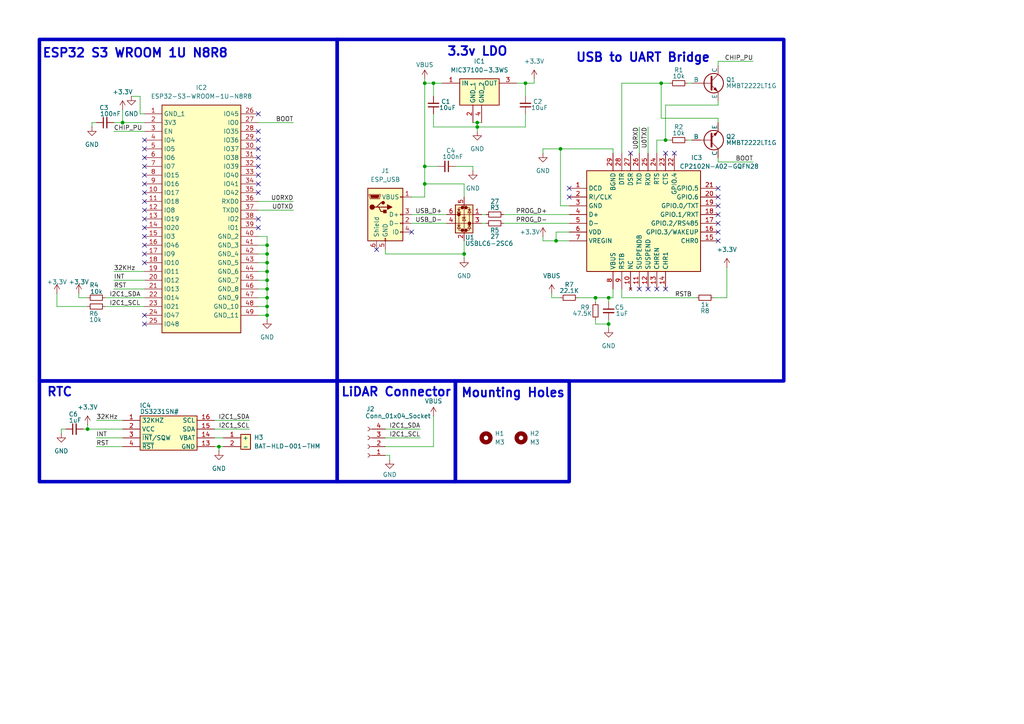
<source format=kicad_sch>
(kicad_sch (version 20250114) (generator "eeschema") (generator_version "9.0")
  (paper "A4")
  (title_block (title "SDM26 Timing Gate") (date "2025-07-16") (rev "V1.0") (company "Sun Devil Motorsports"))
  (lib_symbols
    (symbol "BAT-HLD-001-THM_1"
      (property "Reference" "H" (at 4.826 9.652 0))
      (property "Value" "BAT-HLD-001-THM" (at 4.826 7.112 0))
      (symbol "BAT-HLD-001-THM_1_1_1"
        (rectangle (start 5.08 3.556) (end 7.874 -0.762) (stroke (width 0.254)) (fill (type background)))
        (pin passive line (at 0 2.54 0) (length 5.08) (name "+") (number "1"))
        (pin passive line (at 0 0 0) (length 5.08) (name "-") (number "2"))
      )
    )
    (symbol "Connector:Conn_01x04_Socket" (pin_names (offset 1.016) (hide yes))
      (property "Reference" "J" (at 0 5.08 0))
      (property "Value" "Conn_01x04_Socket" (at 0 -7.62 0))
      (symbol "Conn_01x04_Socket_1_1"
        (polyline (pts (xy -1.27 2.54) (xy -0.508 2.54)) (stroke (width 0.1524)))
        (polyline (pts (xy -1.27 0) (xy -0.508 0)) (stroke (width 0.1524)))
        (polyline (pts (xy -1.27 -2.54) (xy -0.508 -2.54)) (stroke (width 0.1524)))
        (polyline (pts (xy -1.27 -5.08) (xy -0.508 -5.08)) (stroke (width 0.1524)))
        (arc (start 0 2.032) (mid -0.5058 2.54) (end 0 3.048) (stroke (width 0.1524)))
        (arc (start 0 -0.508) (mid -0.5058 0) (end 0 0.508) (stroke (width 0.1524)))
        (arc (start 0 -3.048) (mid -0.5058 -2.54) (end 0 -2.032) (stroke (width 0.1524)))
        (arc (start 0 -5.588) (mid -0.5058 -5.08) (end 0 -4.572) (stroke (width 0.1524)))
        (pin passive line (at -5.08 2.54 0) (length 3.81) (name "Pin_1") (number "1"))
        (pin passive line (at -5.08 0 0) (length 3.81) (name "Pin_2") (number "2"))
        (pin passive line (at -5.08 -2.54 0) (length 3.81) (name "Pin_3") (number "3"))
        (pin passive line (at -5.08 -5.08 0) (length 3.81) (name "Pin_4") (number "4"))
      )
    )
    (symbol "Connector:USB_B_Micro" (pin_names (offset 1.016))
      (property "Reference" "J" (at -5.08 11.43 0))
      (property "Value" "USB_B_Micro" (at -5.08 8.89 0))
      (symbol "USB_B_Micro_0_1"
        (rectangle (start -5.08 -7.62) (end 5.08 7.62) (stroke (width 0.254)) (fill (type background)))
        (polyline (pts (xy -4.699 5.842) (xy -4.699 5.588) (xy -4.445 4.826) (xy -4.445 4.572) (xy -1.651 4.572) (xy -1.651 4.826) (xy -1.397 5.588) (xy -1.397 5.842) (xy -4.699 5.842)))
        (polyline (pts (xy -4.318 5.588) (xy -1.778 5.588) (xy -2.032 4.826) (xy -4.064 4.826) (xy -4.318 5.588)) (fill (type outline)))
        (circle (center -3.81 2.159) (radius 0.635) (stroke (width 0.254)) (fill (type outline)))
        (polyline (pts (xy -3.175 2.159) (xy -2.54 2.159) (xy -1.27 3.429) (xy -0.635 3.429)) (stroke (width 0.254)))
        (polyline (pts (xy -2.54 2.159) (xy -1.905 2.159) (xy -1.27 0.889) (xy 0 0.889)) (stroke (width 0.254)))
        (polyline (pts (xy -1.905 2.159) (xy 0.635 2.159)) (stroke (width 0.254)))
        (circle (center -0.635 3.429) (radius 0.381) (stroke (width 0.254)) (fill (type outline)))
        (rectangle (start -0.127 -7.62) (end 0.127 -6.858))
        (rectangle (start 0.254 1.27) (end -0.508 0.508) (stroke (width 0.254)) (fill (type outline)))
        (polyline (pts (xy 0.635 2.794) (xy 0.635 1.524) (xy 1.905 2.159) (xy 0.635 2.794)) (stroke (width 0.254)) (fill (type outline)))
        (rectangle (start 5.08 4.953) (end 4.318 5.207))
        (rectangle (start 5.08 -0.127) (end 4.318 0.127))
        (rectangle (start 5.08 -2.667) (end 4.318 -2.413))
        (rectangle (start 5.08 -5.207) (end 4.318 -4.953))
      )
      (symbol "USB_B_Micro_1_1"
        (pin passive line (at -2.54 -10.16 90) (length 2.54) (name "Shield") (number "6"))
        (pin power_out line (at 0 -10.16 90) (length 2.54) (name "GND") (number "5"))
        (pin power_out line (at 7.62 5.08 180) (length 2.54) (name "VBUS") (number "1"))
        (pin bidirectional line (at 7.62 0 180) (length 2.54) (name "D+") (number "3"))
        (pin bidirectional line (at 7.62 -2.54 180) (length 2.54) (name "D-") (number "2"))
        (pin passive line (at 7.62 -5.08 180) (length 2.54) (name "ID") (number "4"))
      )
    )
    (symbol "Device:C_Small" (pin_numbers (hide yes)) (pin_names (offset 0.254) (hide yes))
      (property "Reference" "C" (at 0.254 1.778 0))
      (property "Value" "C_Small" (at 0.254 -2.032 0))
      (symbol "C_Small_0_1"
        (polyline (pts (xy -1.524 0.508) (xy 1.524 0.508)) (stroke (width 0.3048)))
        (polyline (pts (xy -1.524 -0.508) (xy 1.524 -0.508)) (stroke (width 0.3302)))
      )
      (symbol "C_Small_1_1"
        (pin passive line (at 0 2.54 270) (length 2.032) (name "~") (number "1"))
        (pin passive line (at 0 -2.54 90) (length 2.032) (name "~") (number "2"))
      )
    )
    (symbol "Device:R_Small" (pin_numbers (hide yes)) (pin_names (offset 0.254) (hide yes))
      (property "Reference" "R" (at 0.762 0.508 0))
      (property "Value" "R_Small" (at 0.762 -1.016 0))
      (symbol "R_Small_0_1"
        (rectangle (start -0.762 1.778) (end 0.762 -1.778) (stroke (width 0.2032)))
      )
      (symbol "R_Small_1_1"
        (pin passive line (at 0 2.54 270) (length 0.762) (name "~") (number "1"))
        (pin passive line (at 0 -2.54 90) (length 0.762) (name "~") (number "2"))
      )
    )
    (symbol "Mechanical:MountingHole" (pin_names (offset 1.016))
      (property "Reference" "H" (at 0 5.08 0))
      (property "Value" "MountingHole" (at 0 3.175 0))
      (symbol "MountingHole_0_1"
        (circle (center 0 0) (radius 1.27) (stroke (width 1.27)))
      )
    )
    (symbol "Power_Protection:USBLC6-2SC6" (pin_names (hide yes))
      (property "Reference" "U5" (at 1.6511 7.62 0))
      (property "Value" "USBLC6-2SC6" (at 1.6511 5.08 0))
      (symbol "USBLC6-2SC6_0_0"
        (circle (center -1.524 0) (radius 0.0001) (stroke (width 0.508)))
        (circle (center -0.508 2.032) (radius 0.0001) (stroke (width 0.508)))
        (circle (center -0.508 -4.572) (radius 0.0001) (stroke (width 0.508)))
        (circle (center 0.508 2.032) (radius 0.0001) (stroke (width 0.508)))
        (circle (center 0.508 -4.572) (radius 0.0001) (stroke (width 0.508)))
        (circle (center 1.524 -2.54) (radius 0.0001) (stroke (width 0.508)))
      )
      (symbol "USBLC6-2SC6_0_1"
        (polyline (pts (xy -2.54 0) (xy 2.54 0)))
        (polyline (pts (xy -2.54 -2.54) (xy 2.54 -2.54)))
        (polyline (pts (xy -2.032 0.508) (xy -1.016 0.508) (xy -1.524 1.524) (xy -2.032 0.508)))
        (polyline (pts (xy -2.032 -3.048) (xy -1.016 -3.048)))
        (polyline (pts (xy -1.016 1.524) (xy -2.032 1.524)))
        (polyline (pts (xy -1.016 -4.064) (xy -2.032 -4.064) (xy -1.524 -3.048) (xy -1.016 -4.064)))
        (polyline (pts (xy -0.508 -1.143) (xy -0.508 -0.762) (xy 0.508 -0.762)))
        (polyline (pts (xy 0 2.54) (xy -0.508 2.032) (xy 0.508 2.032) (xy 0 1.524) (xy 0 -4.064) (xy -0.508 -4.572) (xy 0.508 -4.572) (xy 0 -5.08)))
        (polyline (pts (xy 0.508 -1.778) (xy -0.508 -1.778) (xy 0 -0.762) (xy 0.508 -1.778)))
        (polyline (pts (xy 1.016 1.524) (xy 2.032 1.524)))
        (polyline (pts (xy 1.016 -3.048) (xy 2.032 -3.048)))
        (polyline (pts (xy 2.032 0.508) (xy 1.016 0.508) (xy 1.524 1.524) (xy 2.032 0.508)))
        (polyline (pts (xy 2.032 -4.064) (xy 1.016 -4.064) (xy 1.524 -3.048) (xy 2.032 -4.064)))
      )
      (symbol "USBLC6-2SC6_1_1"
        (rectangle (start -2.54 2.794) (end 2.54 -5.334) (stroke (width 0.254)) (fill (type background)))
        (polyline (pts (xy -0.508 2.032) (xy -1.524 2.032) (xy -1.524 -4.572) (xy -0.508 -4.572)))
        (polyline (pts (xy 0.508 -4.572) (xy 1.524 -4.572) (xy 1.524 2.032) (xy 0.508 2.032)))
        (pin passive line (at -5.08 0 0) (length 2.54) (name "I/O1") (number "6"))
        (pin passive line (at -5.08 -2.54 0) (length 2.54) (name "I/O2") (number "4"))
        (pin passive line (at 0 5.08 270) (length 2.54) (name "VBUS") (number "5"))
        (pin passive line (at 0 -7.62 90) (length 2.54) (name "GND") (number "2"))
        (pin passive line (at 5.08 0 180) (length 2.54) (name "I/O1") (number "1"))
        (pin passive line (at 5.08 -2.54 180) (length 2.54) (name "I/O2") (number "3"))
      )
    )
    (symbol "SDM_MICRO_CONTROLLER:ESP32-S3-WROOM-1U-N8R8"
      (property "Reference" "IC" (at 29.21 7.62 0))
      (property "Value" "ESP32-S3-WROOM-1U-N8R8" (at 29.21 5.08 0))
      (symbol "ESP32-S3-WROOM-1U-N8R8_1_1"
        (rectangle (start 5.08 2.54) (end 27.94 -63.5) (stroke (width 0.254)) (fill (type background)))
        (pin passive line (at 0 0 0) (length 5.08) (name "GND_1") (number "1"))
        (pin passive line (at 0 -2.54 0) (length 5.08) (name "3V3") (number "2"))
        (pin passive line (at 0 -5.08 0) (length 5.08) (name "EN") (number "3"))
        (pin passive line (at 0 -7.62 0) (length 5.08) (name "IO4") (number "4"))
        (pin passive line (at 0 -10.16 0) (length 5.08) (name "IO5") (number "5"))
        (pin passive line (at 0 -12.7 0) (length 5.08) (name "IO6") (number "6"))
        (pin passive line (at 0 -15.24 0) (length 5.08) (name "IO7") (number "7"))
        (pin passive line (at 0 -17.78 0) (length 5.08) (name "IO15") (number "8"))
        (pin passive line (at 0 -20.32 0) (length 5.08) (name "IO16") (number "9"))
        (pin passive line (at 0 -22.86 0) (length 5.08) (name "IO17") (number "10"))
        (pin passive line (at 0 -25.4 0) (length 5.08) (name "IO18") (number "11"))
        (pin passive line (at 0 -27.94 0) (length 5.08) (name "IO8") (number "12"))
        (pin passive line (at 0 -30.48 0) (length 5.08) (name "IO19") (number "13"))
        (pin passive line (at 0 -33.02 0) (length 5.08) (name "IO20") (number "14"))
        (pin passive line (at 0 -35.56 0) (length 5.08) (name "IO3") (number "15"))
        (pin passive line (at 0 -38.1 0) (length 5.08) (name "IO46") (number "16"))
        (pin passive line (at 0 -40.64 0) (length 5.08) (name "IO9") (number "17"))
        (pin passive line (at 0 -43.18 0) (length 5.08) (name "IO10") (number "18"))
        (pin passive line (at 0 -45.72 0) (length 5.08) (name "IO11") (number "19"))
        (pin passive line (at 0 -48.26 0) (length 5.08) (name "IO12") (number "20"))
        (pin passive line (at 0 -50.8 0) (length 5.08) (name "IO13") (number "21"))
        (pin passive line (at 0 -53.34 0) (length 5.08) (name "IO14") (number "22"))
        (pin passive line (at 0 -55.88 0) (length 5.08) (name "IO21") (number "23"))
        (pin passive line (at 0 -58.42 0) (length 5.08) (name "IO47") (number "24"))
        (pin passive line (at 0 -60.96 0) (length 5.08) (name "IO48") (number "25"))
        (pin passive line (at 33.02 0 180) (length 5.08) (name "IO45") (number "26"))
        (pin passive line (at 33.02 -2.54 180) (length 5.08) (name "IO0") (number "27"))
        (pin passive line (at 33.02 -5.08 180) (length 5.08) (name "IO35") (number "28"))
        (pin passive line (at 33.02 -7.62 180) (length 5.08) (name "IO36") (number "29"))
        (pin passive line (at 33.02 -10.16 180) (length 5.08) (name "IO37") (number "30"))
        (pin passive line (at 33.02 -12.7 180) (length 5.08) (name "IO38") (number "31"))
        (pin passive line (at 33.02 -15.24 180) (length 5.08) (name "IO39") (number "32"))
        (pin passive line (at 33.02 -17.78 180) (length 5.08) (name "IO40") (number "33"))
        (pin passive line (at 33.02 -20.32 180) (length 5.08) (name "IO41") (number "34"))
        (pin passive line (at 33.02 -22.86 180) (length 5.08) (name "IO42") (number "35"))
        (pin passive line (at 33.02 -25.4 180) (length 5.08) (name "RXD0") (number "36"))
        (pin passive line (at 33.02 -27.94 180) (length 5.08) (name "TXD0") (number "37"))
        (pin passive line (at 33.02 -30.48 180) (length 5.08) (name "IO2") (number "38"))
        (pin passive line (at 33.02 -33.02 180) (length 5.08) (name "IO1") (number "39"))
        (pin passive line (at 33.02 -35.56 180) (length 5.08) (name "GND_2") (number "40"))
        (pin passive line (at 33.02 -38.1 180) (length 5.08) (name "GND_3") (number "41"))
        (pin passive line (at 33.02 -40.64 180) (length 5.08) (name "GND_4") (number "42"))
        (pin passive line (at 33.02 -43.18 180) (length 5.08) (name "GND_5") (number "43"))
        (pin passive line (at 33.02 -45.72 180) (length 5.08) (name "GND_6") (number "44"))
        (pin passive line (at 33.02 -48.26 180) (length 5.08) (name "GND_7") (number "45"))
        (pin passive line (at 33.02 -50.8 180) (length 5.08) (name "GND_8") (number "46"))
        (pin passive line (at 33.02 -53.34 180) (length 5.08) (name "GND_9") (number "47"))
        (pin passive line (at 33.02 -55.88 180) (length 5.08) (name "GND_10") (number "48"))
        (pin passive line (at 33.02 -58.42 180) (length 5.08) (name "GND_11") (number "49"))
      )
    )
    (symbol "SDM_RTC:DS3231SN#"
      (property "Reference" "IC" (at 31.75 7.62 0))
      (property "Value" "DS3231SN#" (at 31.75 5.08 0))
      (symbol "DS3231SN#_1_1"
        (rectangle (start 5.08 1.27) (end 21.59 -8.636) (stroke (width 0.254)) (fill (type background)))
        (pin passive line (at 0 0 0) (length 5.08) (name "32KHZ") (number "1"))
        (pin passive line (at 0 -2.54 0) (length 5.08) (name "VCC") (number "2"))
        (pin passive line (at 0 -5.08 0) (length 5.08) (name "~{INT}/SQW") (number "3"))
        (pin passive line (at 0 -7.62 0) (length 5.08) (name "~{RST}") (number "4"))
        (pin no_connect line (at 0 -10.16 0) (length 5.08) (hide yes) (name "N.C._1") (number "5"))
        (pin no_connect line (at 0 -12.7 0) (length 5.08) (hide yes) (name "N.C._2") (number "6"))
        (pin no_connect line (at 0 -15.24 0) (length 5.08) (hide yes) (name "N.C._3") (number "7"))
        (pin no_connect line (at 0 -17.78 0) (length 5.08) (hide yes) (name "N.C._4") (number "8"))
        (pin passive line (at 26.67 0 180) (length 5.08) (name "SCL") (number "16"))
        (pin passive line (at 26.67 -2.54 180) (length 5.08) (name "SDA") (number "15"))
        (pin passive line (at 26.67 -5.08 180) (length 5.08) (name "VBAT") (number "14"))
        (pin passive line (at 26.67 -7.62 180) (length 5.08) (name "GND") (number "13"))
        (pin no_connect line (at 35.56 -10.16 180) (length 5.08) (hide yes) (name "N.C._8") (number "12"))
        (pin no_connect line (at 35.56 -12.7 180) (length 5.08) (hide yes) (name "N.C._7") (number "11"))
        (pin no_connect line (at 35.56 -15.24 180) (length 5.08) (hide yes) (name "N.C._6") (number "10"))
        (pin no_connect line (at 35.56 -17.78 180) (length 5.08) (hide yes) (name "N.C._5") (number "9"))
      )
    )
    (symbol "SDM_TRANSISTOR:MMBT2222LT1G" (pin_numbers (hide yes)) (pin_names (offset 0))
      (property "Reference" "Q" (at -2.54 7.62 0))
      (property "Value" "MMBT2222LT1G" (at -2.54 5.08 0))
      (symbol "MMBT2222LT1G_0_1"
        (polyline (pts (xy -2.54 0) (xy 0.635 0)) (stroke (width 0.1524)))
        (polyline (pts (xy 0.635 1.905) (xy 0.635 -1.905) (xy 0.635 -1.905)) (stroke (width 0.508)))
        (polyline (pts (xy 0.635 0.635) (xy 2.54 2.54)))
        (polyline (pts (xy 0.635 -0.635) (xy 2.54 -2.54) (xy 2.54 -2.54)))
        (circle (center 1.27 0) (radius 2.8194) (stroke (width 0.254)))
        (polyline (pts (xy 1.27 -1.778) (xy 1.778 -1.27) (xy 2.286 -2.286) (xy 1.27 -1.778) (xy 1.27 -1.778)) (fill (type outline)))
        (polyline (pts (xy 2.794 -1.27) (xy 2.794 -1.27)) (stroke (width 0.1524)))
        (polyline (pts (xy 2.794 -1.27) (xy 2.794 -1.27)) (stroke (width 0.1524)))
      )
      (symbol "MMBT2222LT1G_1_1"
        (pin input line (at -5.08 0 0) (length 2.54) (name "B") (number "1"))
        (pin open_collector line (at 2.54 5.08 270) (length 2.54) (name "C") (number "3"))
        (pin open_emitter line (at 2.54 -5.08 90) (length 2.54) (name "E") (number "2"))
      )
    )
    (symbol "SDM_USBUART:CP2102N-A02-GQFN28"
      (property "Reference" "IC" (at 39.37 17.78 0))
      (property "Value" "CP2102N-A02-GQFN28" (at 39.37 15.24 0))
      (symbol "CP2102N-A02-GQFN28_1_1"
        (rectangle (start 5.08 5.08) (end 38.1 -24.13) (stroke (width 0.254)) (fill (type background)))
        (pin input line (at 0 0 0) (length 5.08) (name "DCD") (number "1"))
        (pin bidirectional line (at 0 -2.54 0) (length 5.08) (name "RI/CLK") (number "2"))
        (pin power_in line (at 0 -5.08 0) (length 5.08) (name "GND") (number "3"))
        (pin bidirectional line (at 0 -7.62 0) (length 5.08) (name "D+") (number "4"))
        (pin bidirectional line (at 0 -10.16 0) (length 5.08) (name "D-") (number "5"))
        (pin power_in line (at 0 -12.7 0) (length 5.08) (name "VDD") (number "6"))
        (pin power_in line (at 0 -15.24 0) (length 5.08) (name "VREGIN") (number "7"))
        (pin power_in line (at 12.7 10.16 270) (length 5.08) (name "BGND") (number "29"))
        (pin input line (at 12.7 -29.21 90) (length 5.08) (name "VBUS") (number "8"))
        (pin output line (at 15.24 10.16 270) (length 5.08) (name "DTR") (number "28"))
        (pin input line (at 15.24 -29.21 90) (length 5.08) (name "RSTB") (number "9"))
        (pin input line (at 17.78 10.16 270) (length 5.08) (name "DSR") (number "27"))
        (pin no_connect line (at 17.78 -29.21 90) (length 5.08) (name "NC") (number "10"))
        (pin output line (at 20.32 10.16 270) (length 5.08) (name "TXD") (number "26"))
        (pin output line (at 20.32 -29.21 90) (length 5.08) (name "SUSPENDB") (number "11"))
        (pin input line (at 22.86 10.16 270) (length 5.08) (name "RXD") (number "25"))
        (pin output line (at 22.86 -29.21 90) (length 5.08) (name "SUSPEND") (number "12"))
        (pin output line (at 25.4 10.16 270) (length 5.08) (name "RTS") (number "24"))
        (pin output line (at 25.4 -29.21 90) (length 5.08) (name "CHREN") (number "13"))
        (pin input line (at 27.94 10.16 270) (length 5.08) (name "CTS") (number "23"))
        (pin output line (at 27.94 -29.21 90) (length 5.08) (name "CHR1") (number "14"))
        (pin bidirectional line (at 30.48 10.16 270) (length 5.08) (name "GPIO.4") (number "22"))
        (pin bidirectional line (at 43.18 0 180) (length 5.08) (name "GPIO.5") (number "21"))
        (pin bidirectional line (at 43.18 -2.54 180) (length 5.08) (name "GPIO.6") (number "20"))
        (pin bidirectional line (at 43.18 -5.08 180) (length 5.08) (name "GPIO.0/TXT") (number "19"))
        (pin bidirectional line (at 43.18 -7.62 180) (length 5.08) (name "GPIO.1/RXT") (number "18"))
        (pin bidirectional line (at 43.18 -10.16 180) (length 5.08) (name "GPIO.2/RS485") (number "17"))
        (pin bidirectional line (at 43.18 -12.7 180) (length 5.08) (name "GPIO.3/WAKEUP") (number "16"))
        (pin output line (at 43.18 -15.24 180) (length 5.08) (name "CHR0") (number "15"))
      )
    )
    (symbol "SDM_VOLTAGE_REGULATORS:MIC37100-3.3WS"
      (property "Reference" "IC" (at 26.67 7.62 0))
      (property "Value" "MIC37100-3.3WS" (at 26.67 5.08 0))
      (symbol "MIC37100-3.3WS_1_1"
        (rectangle (start 5.08 2.54) (end 16.51 -5.08) (stroke (width 0.254)) (fill (type background)))
        (pin passive line (at 0 1.27 0) (length 5.08) (name "IN") (number "1"))
        (pin passive line (at 8.89 -10.16 90) (length 5.08) (name "GND_1") (number "2"))
        (pin passive line (at 11.43 -10.16 90) (length 5.08) (name "GND_2") (number "4"))
        (pin passive line (at 21.59 1.27 180) (length 5.08) (name "OUT") (number "3"))
      )
    )
    (symbol "power:+3.3V" (power) (pin_numbers (hide yes)) (pin_names (offset 0) (hide yes))
      (property "Value" "+3.3V" (at 0 3.556 0))
      (symbol "+3.3V_0_1"
        (polyline (pts (xy -0.762 1.27) (xy 0 2.54)))
        (polyline (pts (xy 0 2.54) (xy 0.762 1.27)))
        (polyline (pts (xy 0 0) (xy 0 2.54)))
      )
      (symbol "+3.3V_1_1"
        (pin power_in line (at 0 0 90) (length 0) (name "~") (number "1"))
      )
    )
    (symbol "power:GND" (power) (pin_numbers (hide yes)) (pin_names (offset 0) (hide yes))
      (property "Value" "GND" (at 0 -3.81 0))
      (symbol "GND_0_1"
        (polyline (pts (xy 0 0) (xy 0 -1.27) (xy 1.27 -1.27) (xy 0 -2.54) (xy -1.27 -1.27) (xy 0 -1.27)))
      )
      (symbol "GND_1_1"
        (pin power_in line (at 0 0 270) (length 0) (name "~") (number "1"))
      )
    )
    (symbol "power:VBUS" (power) (pin_numbers (hide yes)) (pin_names (offset 0) (hide yes))
      (property "Value" "VBUS" (at 0 3.556 0))
      (symbol "VBUS_0_1"
        (polyline (pts (xy -0.762 1.27) (xy 0 2.54)))
        (polyline (pts (xy 0 2.54) (xy 0.762 1.27)))
        (polyline (pts (xy 0 0) (xy 0 2.54)))
      )
      (symbol "VBUS_1_1"
        (pin power_in line (at 0 0 90) (length 0) (name "~") (number "1"))
      )
    )
  )
  (rectangle (start 11.43 11.43) (end 97.79 110.49) (stroke (width 1.016)))
  (rectangle (start 97.79 110.49) (end 132.08 139.7) (stroke (width 1.016)))
  (rectangle (start 11.43 110.49) (end 97.79 139.7) (stroke (width 1.016)))
  (rectangle (start 97.79 11.43) (end 227.33 110.49) (stroke (width 1.016)))
  (rectangle (start 132.08 110.49) (end 165.1 139.7) (stroke (width 1.016)))
  (text "ESP32 S3 WROOM 1U N8R8" (at 66.294 17.018 0) (effects (font (size 2.54 2.54) (thickness 0.512) (bold yes)) (justify right bottom)))
  (text "RTC" (at 13.462 115.316 0) (effects (font (size 2.54 2.54) (thickness 0.512) (bold yes)) (justify left bottom)))
  (text "USB to UART Bridge" (at 166.878 18.288 0) (effects (font (size 2.54 2.54) (thickness 0.512) (bold yes)) (justify left bottom)))
  (text "Mounting Holes" (at 133.604 115.57 0) (effects (font (size 2.56 2.56) (thickness 0.512) (bold yes)) (justify left bottom)))
  (text "3.3v LDO" (at 129.54 16.51 0) (effects (font (size 2.54 2.54) (thickness 0.512) (bold yes)) (justify left bottom)))
  (text "LiDAR Connector" (at 98.806 115.316 0) (effects (font (size 2.54 2.54) (thickness 0.512) (bold yes)) (justify left bottom)))
  (junction (at 77.47 76.2))
  (junction (at 176.53 93.98))
  (junction (at 77.47 91.44))
  (junction (at 191.77 24.13))
  (junction (at 123.19 24.13))
  (junction (at 123.19 48.26))
  (junction (at 134.62 73.66))
  (junction (at 138.43 36.83))
  (junction (at 152.4 24.13))
  (junction (at 77.47 78.74))
  (junction (at 35.56 35.56))
  (junction (at 162.56 43.18))
  (junction (at 77.47 88.9))
  (junction (at 77.47 86.36))
  (junction (at 77.47 83.82))
  (junction (at 77.47 81.28))
  (junction (at 172.72 86.36))
  (junction (at 25.4 124.46))
  (junction (at 125.73 24.13))
  (junction (at 193.04 40.64))
  (junction (at 63.5 129.54))
  (junction (at 123.19 53.34))
  (junction (at 161.29 69.85))
  (junction (at 77.47 73.66))
  (junction (at 77.47 71.12))
  (junction (at 138.43 35.56))
  (junction (at 176.53 86.36))
  (no_connect (at 41.91 40.64))
  (no_connect (at 74.93 38.1))
  (no_connect (at 74.93 33.02))
  (no_connect (at 190.5 83.82))
  (no_connect (at 195.58 44.45))
  (no_connect (at 74.93 45.72))
  (no_connect (at 41.91 93.98))
  (no_connect (at 208.28 59.69))
  (no_connect (at 208.28 62.23))
  (no_connect (at 41.91 45.72))
  (no_connect (at 74.93 50.8))
  (no_connect (at 119.38 67.31))
  (no_connect (at 208.28 69.85))
  (no_connect (at 185.42 83.82))
  (no_connect (at 41.91 71.12))
  (no_connect (at 208.28 54.61))
  (no_connect (at 74.93 55.88))
  (no_connect (at 182.88 44.45))
  (no_connect (at 41.91 43.18))
  (no_connect (at 41.91 58.42))
  (no_connect (at 208.28 64.77))
  (no_connect (at 193.04 83.82))
  (no_connect (at 193.04 44.45))
  (no_connect (at 41.91 63.5))
  (no_connect (at 41.91 60.96))
  (no_connect (at 74.93 48.26))
  (no_connect (at 41.91 66.04))
  (no_connect (at 41.91 48.26))
  (no_connect (at 74.93 40.64))
  (no_connect (at 109.22 72.39))
  (no_connect (at 41.91 91.44))
  (no_connect (at 41.91 55.88))
  (no_connect (at 41.91 50.8))
  (no_connect (at 74.93 66.04))
  (no_connect (at 41.91 73.66))
  (no_connect (at 41.91 53.34))
  (no_connect (at 74.93 43.18))
  (no_connect (at 208.28 67.31))
  (no_connect (at 187.96 83.82))
  (no_connect (at 74.93 63.5))
  (no_connect (at 165.1 57.15))
  (no_connect (at 74.93 53.34))
  (no_connect (at 41.91 68.58))
  (no_connect (at 165.1 54.61))
  (no_connect (at 208.28 57.15))
  (no_connect (at 41.91 76.2))
  (wire (pts (xy 111.76 124.46) (xy 121.92 124.46)))
  (wire (pts (xy 123.19 24.13) (xy 125.73 24.13)))
  (wire (pts (xy 208.28 30.48) (xy 193.04 30.48)))
  (wire (pts (xy 25.4 123.19) (xy 25.4 124.46)))
  (wire (pts (xy 161.29 69.85) (xy 165.1 69.85)))
  (wire (pts (xy 180.34 86.36) (xy 201.93 86.36)))
  (wire (pts (xy 152.4 33.02) (xy 152.4 36.83)))
  (wire (pts (xy 138.43 38.1) (xy 138.43 36.83)))
  (wire (pts (xy 176.53 93.98) (xy 176.53 95.25)))
  (wire (pts (xy 111.76 72.39) (xy 111.76 73.66)))
  (wire (pts (xy 208.28 46.99) (xy 218.44 46.99)))
  (wire (pts (xy 40.64 33.02) (xy 40.64 27.94)))
  (wire (pts (xy 185.42 44.45) (xy 185.42 36.83)))
  (wire (pts (xy 146.05 62.23) (xy 165.1 62.23)))
  (wire (pts (xy 16.51 88.9) (xy 25.4 88.9)))
  (wire (pts (xy 177.8 86.36) (xy 177.8 83.82)))
  (wire (pts (xy 77.47 78.74) (xy 77.47 81.28)))
  (wire (pts (xy 134.62 69.85) (xy 134.62 73.66)))
  (wire (pts (xy 41.91 35.56) (xy 35.56 35.56)))
  (wire (pts (xy 208.28 30.48) (xy 208.28 29.21)))
  (wire (pts (xy 190.5 40.64) (xy 193.04 40.64)))
  (wire (pts (xy 165.1 59.69) (xy 162.56 59.69)))
  (wire (pts (xy 160.02 85.09) (xy 160.02 86.36)))
  (wire (pts (xy 125.73 24.13) (xy 128.27 24.13)))
  (wire (pts (xy 74.93 86.36) (xy 77.47 86.36)))
  (wire (pts (xy 191.77 24.13) (xy 194.31 24.13)))
  (wire (pts (xy 17.78 125.73) (xy 17.78 124.46)))
  (wire (pts (xy 40.64 27.94) (xy 38.1 27.94)))
  (wire (pts (xy 77.47 81.28) (xy 77.47 83.82)))
  (wire (pts (xy 74.93 91.44) (xy 77.47 91.44)))
  (wire (pts (xy 63.5 129.54) (xy 64.77 129.54)))
  (wire (pts (xy 161.29 67.31) (xy 161.29 69.85)))
  (wire (pts (xy 137.16 35.56) (xy 138.43 35.56)))
  (wire (pts (xy 149.86 24.13) (xy 152.4 24.13)))
  (wire (pts (xy 177.8 43.18) (xy 162.56 43.18)))
  (wire (pts (xy 74.93 83.82) (xy 77.47 83.82)))
  (wire (pts (xy 208.28 46.99) (xy 208.28 45.72)))
  (wire (pts (xy 162.56 43.18) (xy 162.56 59.69)))
  (wire (pts (xy 26.67 35.56) (xy 26.67 36.83)))
  (wire (pts (xy 199.39 40.64) (xy 200.66 40.64)))
  (wire (pts (xy 113.03 132.08) (xy 113.03 133.35)))
  (wire (pts (xy 176.53 86.36) (xy 176.53 87.63)))
  (wire (pts (xy 123.19 53.34) (xy 123.19 57.15)))
  (wire (pts (xy 210.82 86.36) (xy 210.82 77.47)))
  (wire (pts (xy 172.72 87.63) (xy 172.72 86.36)))
  (wire (pts (xy 176.53 92.71) (xy 176.53 93.98)))
  (wire (pts (xy 77.47 68.58) (xy 77.47 71.12)))
  (wire (pts (xy 138.43 35.56) (xy 139.7 35.56)))
  (wire (pts (xy 74.93 81.28) (xy 77.47 81.28)))
  (wire (pts (xy 25.4 124.46) (xy 35.56 124.46)))
  (wire (pts (xy 16.51 85.09) (xy 16.51 88.9)))
  (wire (pts (xy 27.94 129.54) (xy 35.56 129.54)))
  (wire (pts (xy 161.29 67.31) (xy 165.1 67.31)))
  (wire (pts (xy 167.64 86.36) (xy 172.72 86.36)))
  (wire (pts (xy 111.76 127) (xy 121.92 127)))
  (wire (pts (xy 157.48 68.58) (xy 157.48 69.85)))
  (wire (pts (xy 125.73 36.83) (xy 138.43 36.83)))
  (wire (pts (xy 111.76 132.08) (xy 113.03 132.08)))
  (wire (pts (xy 125.73 129.54) (xy 111.76 129.54)))
  (wire (pts (xy 208.28 17.78) (xy 208.28 19.05)))
  (wire (pts (xy 77.47 71.12) (xy 77.47 73.66)))
  (wire (pts (xy 180.34 24.13) (xy 180.34 44.45)))
  (wire (pts (xy 177.8 43.18) (xy 177.8 44.45)))
  (wire (pts (xy 63.5 129.54) (xy 63.5 130.81)))
  (wire (pts (xy 152.4 36.83) (xy 138.43 36.83)))
  (wire (pts (xy 154.94 24.13) (xy 154.94 22.86)))
  (wire (pts (xy 74.93 68.58) (xy 77.47 68.58)))
  (wire (pts (xy 172.72 92.71) (xy 172.72 93.98)))
  (wire (pts (xy 190.5 44.45) (xy 190.5 40.64)))
  (wire (pts (xy 125.73 120.65) (xy 125.73 129.54)))
  (wire (pts (xy 172.72 86.36) (xy 176.53 86.36)))
  (wire (pts (xy 74.93 76.2) (xy 77.47 76.2)))
  (wire (pts (xy 157.48 43.18) (xy 162.56 43.18)))
  (wire (pts (xy 123.19 22.86) (xy 123.19 24.13)))
  (wire (pts (xy 193.04 40.64) (xy 194.31 40.64)))
  (wire (pts (xy 77.47 88.9) (xy 77.47 91.44)))
  (wire (pts (xy 22.86 86.36) (xy 22.86 85.09)))
  (wire (pts (xy 134.62 53.34) (xy 134.62 57.15)))
  (wire (pts (xy 152.4 24.13) (xy 154.94 24.13)))
  (wire (pts (xy 125.73 24.13) (xy 125.73 27.94)))
  (wire (pts (xy 62.23 121.92) (xy 72.39 121.92)))
  (wire (pts (xy 33.02 78.74) (xy 41.91 78.74)))
  (wire (pts (xy 26.67 35.56) (xy 27.94 35.56)))
  (wire (pts (xy 193.04 30.48) (xy 193.04 40.64)))
  (wire (pts (xy 191.77 34.29) (xy 191.77 24.13)))
  (wire (pts (xy 123.19 53.34) (xy 134.62 53.34)))
  (wire (pts (xy 207.01 86.36) (xy 210.82 86.36)))
  (wire (pts (xy 27.94 121.92) (xy 35.56 121.92)))
  (wire (pts (xy 132.08 48.26) (xy 137.16 48.26)))
  (wire (pts (xy 74.93 88.9) (xy 77.47 88.9)))
  (wire (pts (xy 172.72 93.98) (xy 176.53 93.98)))
  (wire (pts (xy 139.7 64.77) (xy 140.97 64.77)))
  (wire (pts (xy 27.94 127) (xy 35.56 127)))
  (wire (pts (xy 35.56 35.56) (xy 35.56 31.75)))
  (wire (pts (xy 180.34 86.36) (xy 180.34 83.82)))
  (wire (pts (xy 146.05 64.77) (xy 165.1 64.77)))
  (wire (pts (xy 208.28 34.29) (xy 191.77 34.29)))
  (wire (pts (xy 119.38 57.15) (xy 123.19 57.15)))
  (wire (pts (xy 25.4 86.36) (xy 22.86 86.36)))
  (wire (pts (xy 64.77 127) (xy 62.23 127)))
  (wire (pts (xy 77.47 91.44) (xy 77.47 92.71)))
  (wire (pts (xy 138.43 36.83) (xy 138.43 35.56)))
  (wire (pts (xy 74.93 73.66) (xy 77.47 73.66)))
  (wire (pts (xy 77.47 86.36) (xy 77.47 88.9)))
  (wire (pts (xy 123.19 24.13) (xy 123.19 48.26)))
  (wire (pts (xy 125.73 33.02) (xy 125.73 36.83)))
  (wire (pts (xy 77.47 73.66) (xy 77.47 76.2)))
  (wire (pts (xy 41.91 33.02) (xy 40.64 33.02)))
  (wire (pts (xy 74.93 71.12) (xy 77.47 71.12)))
  (wire (pts (xy 152.4 24.13) (xy 152.4 27.94)))
  (wire (pts (xy 160.02 86.36) (xy 162.56 86.36)))
  (wire (pts (xy 123.19 48.26) (xy 123.19 53.34)))
  (wire (pts (xy 74.93 35.56) (xy 85.09 35.56)))
  (wire (pts (xy 33.02 35.56) (xy 35.56 35.56)))
  (wire (pts (xy 176.53 86.36) (xy 177.8 86.36)))
  (wire (pts (xy 30.48 86.36) (xy 41.91 86.36)))
  (wire (pts (xy 187.96 44.45) (xy 187.96 36.83)))
  (wire (pts (xy 77.47 76.2) (xy 77.47 78.74)))
  (wire (pts (xy 119.38 62.23) (xy 129.54 62.23)))
  (wire (pts (xy 111.76 73.66) (xy 134.62 73.66)))
  (wire (pts (xy 199.39 24.13) (xy 200.66 24.13)))
  (wire (pts (xy 63.5 129.54) (xy 62.23 129.54)))
  (wire (pts (xy 208.28 34.29) (xy 208.28 35.56)))
  (wire (pts (xy 74.93 60.96) (xy 85.09 60.96)))
  (wire (pts (xy 180.34 24.13) (xy 191.77 24.13)))
  (wire (pts (xy 119.38 64.77) (xy 129.54 64.77)))
  (wire (pts (xy 157.48 69.85) (xy 161.29 69.85)))
  (wire (pts (xy 157.48 43.18) (xy 157.48 44.45)))
  (wire (pts (xy 208.28 17.78) (xy 218.44 17.78)))
  (wire (pts (xy 137.16 48.26) (xy 137.16 49.53)))
  (wire (pts (xy 30.48 88.9) (xy 41.91 88.9)))
  (wire (pts (xy 33.02 81.28) (xy 41.91 81.28)))
  (wire (pts (xy 77.47 83.82) (xy 77.47 86.36)))
  (wire (pts (xy 62.23 124.46) (xy 72.39 124.46)))
  (wire (pts (xy 24.13 124.46) (xy 25.4 124.46)))
  (wire (pts (xy 33.02 83.82) (xy 41.91 83.82)))
  (wire (pts (xy 139.7 62.23) (xy 140.97 62.23)))
  (wire (pts (xy 123.19 48.26) (xy 127 48.26)))
  (wire (pts (xy 33.02 38.1) (xy 41.91 38.1)))
  (wire (pts (xy 17.78 124.46) (xy 19.05 124.46)))
  (wire (pts (xy 74.93 78.74) (xy 77.47 78.74)))
  (wire (pts (xy 74.93 58.42) (xy 85.09 58.42)))
  (wire (pts (xy 134.62 73.66) (xy 134.62 74.93)))
  (label "PROG_D+" (at 158.75 62.23 180))
  (label "CHIP_PU" (at 218.44 17.78 180))
  (label "CHIP_PU" (at 33.02 38.1 0))
  (label "RST" (at 33.02 83.82 0))
  (label "INT" (at 27.94 127 0))
  (label "I2C1_SCL" (at 121.92 127 180))
  (label "RSTB" (at 200.66 86.36 180))
  (label "32KHz" (at 33.02 78.74 0))
  (label "I2C1_SCL" (at 72.39 124.46 180))
  (label "BOOT" (at 85.09 35.56 180))
  (label "I2C1_SCL" (at 31.75 88.9 0))
  (label "U0RXD" (at 85.09 58.42 180))
  (label "I2C1_SDA" (at 31.75 86.36 0))
  (label "U0TXD" (at 85.09 60.96 180))
  (label "U0RXD" (at 185.42 36.83 270))
  (label "RST" (at 27.94 129.54 0))
  (label "I2C1_SDA" (at 121.92 124.46 180))
  (label "INT" (at 33.02 81.28 0))
  (label "U0TXD" (at 187.96 36.83 270))
  (label "USB_D+" (at 128.27 62.23 180))
  (label "I2C1_SDA" (at 72.39 121.92 180))
  (label "32KHz" (at 27.94 121.92 0))
  (label "USB_D-" (at 128.27 64.77 180))
  (label "PROG_D-" (at 158.75 64.77 180))
  (label "BOOT" (at 218.44 46.99 180))
  (symbol (lib_id "SDM_RTC:DS3231SN#") (at 35.56 121.92 0) (unit 1)
    (property "Reference" "IC4" (at 42.164 117.602 0))
    (property "Value" "DS3231SN#" (at 46.228 119.38 0))
    (property "Footprint" "SDM_MiscFootprint:SOIC127P1032X265-16L" (effects (hide yes)))
    (property "Datasheet" "https://datasheets.maximintegrated.com/en/ds/DS3231.pdf" (effects (hide yes)))
    (property "Description" "Real Time Clock Serial Maxim DS3231SN# Real Time Clock, Battery Backup, Calendar, Clock, I2C, 5.5 V, 16-Pin SOIC" (effects (hide yes)))
    (property "Height" "2.65" (effects (hide yes)))
    (property "Mouser Part Number" "700-DS3231SN#" (effects (hide yes)))
    (property "Mouser Price/Stock" "https://www.mouser.co.uk/ProductDetail/Analog-Devices-Maxim-Integrated/DS3231SN?qs=1eQvB6Dk1vhUlr8%2FOrV0Fw%3D%3D" (effects (hide yes)))
    (property "Manufacturer_Name" "Analog Devices" (effects (hide yes)))
    (property "Manufacturer_Part_Number" "DS3231SN#" (effects (hide yes)))
  )
  (symbol (lib_id "Device:C_Small") (at 152.4 30.48 180) (unit 1)
    (property "Reference" "C2" (at 155.956 29.464 0))
    (property "Value" "10uF" (at 156.464 31.242 0))
    (property "Footprint" "Capacitor_SMD:C_0603_1608Metric" (effects (hide yes)))
  )
  (symbol (lib_id "Device:R_Small") (at 27.94 86.36 270) (unit 1)
    (property "Reference" "R4" (at 27.305 82.677 90))
    (property "Value" "10k" (at 27.94 84.582 90))
    (property "Footprint" "Resistor_SMD:R_0603_1608Metric" (effects (hide yes)))
  )
  (symbol (lib_id "power:GND") (at 63.5 130.81 0) (unit 1)
    (property "Reference" "#PWR020" (effects (hide yes)))
    (property "Value" "GND" (at 63.5 135.89 0))
    (property "Description" "Power symbol creates a global label with name \"GND\" , ground" (effects (hide yes)))
  )
  (symbol (lib_id "power:GND") (at 17.78 125.73 0) (unit 1)
    (property "Reference" "#PWR019" (effects (hide yes)))
    (property "Value" "GND" (at 17.78 130.81 0))
    (property "Description" "Power symbol creates a global label with name \"GND\" , ground" (effects (hide yes)))
  )
  (symbol (lib_id "power:GND") (at 137.16 49.53 0) (unit 1)
    (property "Reference" "#PWR08" (effects (hide yes)))
    (property "Value" "GND" (at 137.16 54.61 0))
    (property "Description" "Power symbol creates a global label with name \"GND\" , ground" (effects (hide yes)))
  )
  (symbol (lib_id "power:+3.3V") (at 35.56 31.75 0) (unit 1)
    (property "Reference" "#PWR04" (effects (hide yes)))
    (property "Value" "+3.3V" (at 35.56 26.67 0))
    (property "Description" "Power symbol creates a global label with name \"+3.3V\"" (effects (hide yes)))
  )
  (symbol (lib_id "Mechanical:MountingHole") (at 151.13 127 0) (unit 1)
    (property "Reference" "H2" (at 153.67 125.73 0) (effects (justify left)))
    (property "Value" "M3" (at 153.67 128.27 0) (effects (justify left)))
    (property "Footprint" "MountingHole:MountingHole_3.2mm_M3" (effects (hide yes)))
  )
  (symbol (lib_id "power:GND") (at 176.53 95.25 0) (unit 1)
    (property "Reference" "#PWR016" (effects (hide yes)))
    (property "Value" "GND" (at 176.53 100.33 0))
    (property "Description" "Power symbol creates a global label with name \"GND\" , ground" (effects (hide yes)))
  )
  (symbol (lib_id "power:GND") (at 157.48 44.45 0) (unit 1)
    (property "Reference" "#PWR07" (effects (hide yes)))
    (property "Value" "GND" (at 157.48 49.53 0))
    (property "Description" "Power symbol creates a global label with name \"GND\" , ground" (effects (hide yes)))
  )
  (symbol (lib_id "Mechanical:MountingHole") (at 140.97 127 0) (unit 1)
    (property "Reference" "H1" (at 143.51 125.73 0) (effects (justify left)))
    (property "Value" "M3" (at 143.51 128.27 0) (effects (justify left)))
    (property "Footprint" "MountingHole:MountingHole_3.2mm_M3" (effects (hide yes)))
  )
  (symbol (lib_id "Device:R_Small") (at 27.94 88.9 90) (unit 1)
    (property "Reference" "R6" (at 27.178 90.932 90))
    (property "Value" "10k" (at 27.686 92.71 90))
    (property "Footprint" "Resistor_SMD:R_0603_1608Metric" (effects (hide yes)))
  )
  (symbol (lib_id "Device:R_Small") (at 143.51 62.23 90) (unit 1)
    (property "Reference" "R3" (at 143.51 60.198 90))
    (property "Value" "27" (at 143.51 58.42 90))
    (property "Footprint" "Resistor_SMD:R_0603_1608Metric" (effects (hide yes)))
  )
  (symbol (lib_id "power:+3.3V") (at 154.94 22.86 0) (unit 1)
    (property "Reference" "#PWR02" (effects (hide yes)))
    (property "Value" "+3.3V" (at 154.94 17.78 0))
    (property "Description" "Power symbol creates a global label with name \"+3.3V\"" (effects (hide yes)))
  )
  (symbol (lib_id "power:+3.3V") (at 25.4 123.19 0) (unit 1)
    (property "Reference" "#PWR018" (effects (hide yes)))
    (property "Value" "+3.3V" (at 25.4 118.11 0))
    (property "Description" "Power symbol creates a global label with name \"+3.3V\"" (effects (hide yes)))
  )
  (symbol (lib_name "BAT-HLD-001-THM_1") (lib_id "SDM_BATTERY:BAT-HLD-001-THM") (at 64.77 129.54 0) (unit 1)
    (property "Reference" "H3" (at 73.66 126.8729 0) (effects (justify left)))
    (property "Value" "BAT-HLD-001-THM" (at 73.66 129.4129 0) (effects (justify left)))
    (property "Footprint" "SDM_MiscFootprint:BATHLD001THM" (effects (hide yes)))
    (property "Datasheet" "https://www.te.com/commerce/DocumentDelivery/DDEController?Action=showdoc&DocId=Data+Sheet%7FBAT-HLD-001-THM%7FB%7Fpdf%7FEnglish%7FENG_DS_BAT-HLD-001-THM_B.pdf%7FBAT-HLD-001-THM" (effects (hide yes)))
    (property "Description" "Battery Holders, CR2032, 1 Position, Horizontal, Nickel, PCB Mount Alignment, Power, -40  257 F [-40  125 C]" (effects (hide yes)))
    (property "Height" "4.3" (effects (hide yes)))
    (property "Mouser Part Number" "N/A" (effects (hide yes)))
    (property "Mouser Price/Stock" "https://www.mouser.co.uk/ProductDetail/TE-Connectivity/BAT-HLD-001-THM?qs=ulEaXIWI0c%2Fo%2FE735Joafg%3D%3D" (effects (hide yes)))
    (property "Manufacturer_Name" "TE Connectivity" (effects (hide yes)))
    (property "Manufacturer_Part_Number" "BAT-HLD-001-THM" (effects (hide yes)))
  )
  (symbol (lib_id "power:GND") (at 26.67 36.83 0) (unit 1)
    (property "Reference" "#PWR06" (effects (hide yes)))
    (property "Value" "GND" (at 26.67 41.91 0))
    (property "Description" "Power symbol creates a global label with name \"GND\" , ground" (effects (hide yes)))
  )
  (symbol (lib_id "power:+3.3V") (at 157.48 68.58 0) (unit 1)
    (property "Reference" "#PWR011" (effects (hide yes)))
    (property "Value" "+3.3V" (at 153.67 67.31 0))
    (property "Description" "Power symbol creates a global label with name \"+3.3V\"" (effects (hide yes)))
  )
  (symbol (lib_id "SDM_VOLTAGE_REGULATORS:MIC37100-3.3WS") (at 128.27 25.4 0) (unit 1)
    (property "Reference" "IC1" (at 139.065 17.78 0))
    (property "Value" "MIC37100-3.3WS" (at 139.065 20.32 0))
    (property "Footprint" "SDM_MiscFootprint:SOT230P700X180-4N" (effects (hide yes)))
    (property "Datasheet" "https://datasheet.datasheetarchive.com/originals/dk/DKDS-15/281099.pdf" (effects (hide yes)))
    (property "Description" "LDO Voltage Regulators 1.0A Low Voltage uCap LDO Regulator" (effects (hide yes)))
    (property "Height" "1.8" (effects (hide yes)))
    (property "Mouser Part Number" "998-MIC37100-3.3WS" (effects (hide yes)))
    (property "Mouser Price/Stock" "https://www.mouser.co.uk/ProductDetail/Microchip-Technology/MIC37100-3.3WS?qs=kh6iOki%2FeLGN%252BjivEzt6Eg%3D%3D" (effects (hide yes)))
    (property "Manufacturer_Name" "Microchip" (effects (hide yes)))
    (property "Manufacturer_Part_Number" "MIC37100-3.3WS" (effects (hide yes)))
  )
  (symbol (lib_id "Power_Protection:USBLC6-2SC6") (at 134.62 62.23 0) (unit 1)
    (property "Reference" "U1" (at 134.874 68.834 0) (effects (justify left)))
    (property "Value" "USBLC6-2SC6" (at 134.874 70.612 0) (effects (justify left)))
    (property "Footprint" "Package_TO_SOT_SMD:SOT-23-6" (effects (hide yes)))
    (property "Datasheet" "https://www.st.com/resource/en/datasheet/usblc6-2.pdf" (effects (hide yes)))
    (property "Description" "Very low capacitance ESD protection diode, 2 data-line, SOT-23-6" (effects (hide yes)))
  )
  (symbol (lib_id "SDM_TRANSISTOR:MMBT2222LT1G") (at 205.74 40.64 0) (mirror x) (unit 1)
    (property "Reference" "Q2" (at 210.566 39.624 0) (effects (justify left)))
    (property "Value" "MMBT2222LT1G" (at 210.566 41.402 0) (effects (justify left)))
    (property "Footprint" "SDM_MiscFootprint:SOT96P237X111-3N" (effects (hide yes)))
    (property "Datasheet" "https://ngspice.sourceforge.io/docs/ngspice-html-manual/manual.xhtml#cha_BJTs" (effects (hide yes)))
    (property "Description" "Bipolar transistor symbol for simulation only, substrate tied to the emitter" (effects (hide yes)))
    (property "Sim.Device" "NPN" (effects (hide yes)))
    (property "Sim.Type" "GUMMELPOON" (effects (hide yes)))
    (property "Sim.Pins" "1=C 2=B 3=E" (effects (hide yes)))
  )
  (symbol (lib_id "power:VBUS") (at 160.02 85.09 0) (unit 1)
    (property "Reference" "#PWR014" (effects (hide yes)))
    (property "Value" "VBUS" (at 160.02 80.01 0))
    (property "Description" "Power symbol creates a global label with name \"VBUS\"" (effects (hide yes)))
  )
  (symbol (lib_id "Device:R_Small") (at 204.47 86.36 90) (unit 1)
    (property "Reference" "R8" (at 204.47 90.17 90))
    (property "Value" "1k" (at 204.47 88.392 90))
    (property "Footprint" "Resistor_SMD:R_0603_1608Metric" (effects (hide yes)))
  )
  (symbol (lib_id "power:+3.3V") (at 210.82 77.47 0) (unit 1)
    (property "Reference" "#PWR013" (effects (hide yes)))
    (property "Value" "+3.3V" (at 210.82 72.39 0))
    (property "Description" "Power symbol creates a global label with name \"+3.3V\"" (effects (hide yes)))
  )
  (symbol (lib_id "Device:C_Small") (at 129.54 48.26 270) (unit 1)
    (property "Reference" "C4" (at 132.08 43.688 90) (effects (justify right)))
    (property "Value" "100nF" (at 134.366 45.466 90) (effects (justify right)))
    (property "Footprint" "Capacitor_SMD:C_0603_1608Metric" (effects (hide yes)))
  )
  (symbol (lib_id "power:GND") (at 134.62 74.93 0) (unit 1)
    (property "Reference" "#PWR012" (effects (hide yes)))
    (property "Value" "GND" (at 134.62 80.01 0))
    (property "Description" "Power symbol creates a global label with name \"GND\" , ground" (effects (hide yes)))
  )
  (symbol (lib_id "power:GND") (at 38.1 27.94 0) (unit 1)
    (property "Reference" "#PWR03" (effects (hide yes)))
    (property "Value" "GND" (at 38.1 33.02 0))
    (property "Description" "Power symbol creates a global label with name \"GND\" , ground" (effects (hide yes)))
  )
  (symbol (lib_id "power:VBUS") (at 123.19 22.86 0) (unit 1)
    (property "Reference" "#PWR01" (effects (hide yes)))
    (property "Value" "VBUS" (at 123.19 18.796 0))
    (property "Description" "Power symbol creates a global label with name \"VBUS\"" (effects (hide yes)))
  )
  (symbol (lib_id "power:VBUS") (at 125.73 120.65 0) (unit 1)
    (property "Reference" "#PWR017" (effects (hide yes)))
    (property "Value" "VBUS" (at 125.73 116.332 0))
    (property "Description" "Power symbol creates a global label with name \"VBUS\"" (effects (hide yes)))
  )
  (symbol (lib_id "power:+3.3V") (at 22.86 85.09 0) (unit 1)
    (property "Reference" "#PWR010" (effects (hide yes)))
    (property "Value" "+3.3V" (at 22.86 81.788 0))
    (property "Description" "Power symbol creates a global label with name \"+3.3V\"" (effects (hide yes)))
  )
  (symbol (lib_id "Device:C_Small") (at 30.48 35.56 90) (unit 1)
    (property "Reference" "C3" (at 31.496 31.242 90) (effects (justify left)))
    (property "Value" "100nF" (at 35.052 33.02 90) (effects (justify left)))
    (property "Footprint" "Capacitor_SMD:C_0603_1608Metric" (effects (hide yes)))
  )
  (symbol (lib_id "power:GND") (at 138.43 38.1 0) (unit 1)
    (property "Reference" "#PWR05" (effects (hide yes)))
    (property "Value" "GND" (at 138.43 43.18 0))
    (property "Description" "Power symbol creates a global label with name \"GND\" , ground" (effects (hide yes)))
  )
  (symbol (lib_id "power:+3.3V") (at 16.51 85.09 0) (unit 1)
    (property "Reference" "#PWR09" (effects (hide yes)))
    (property "Value" "+3.3V" (at 16.51 81.788 0))
    (property "Description" "Power symbol creates a global label with name \"+3.3V\"" (effects (hide yes)))
  )
  (symbol (lib_id "Device:R_Small") (at 165.1 86.36 270) (unit 1)
    (property "Reference" "R7" (at 165.1 82.55 90))
    (property "Value" "22.1K" (at 165.1 84.328 90))
    (property "Footprint" "Resistor_SMD:R_0603_1608Metric" (effects (hide yes)))
  )
  (symbol (lib_id "Device:R_Small") (at 172.72 90.17 0) (unit 1)
    (property "Reference" "R9" (at 169.672 89.154 0))
    (property "Value" "47.5K" (at 168.91 90.932 0))
    (property "Footprint" "Resistor_SMD:R_0603_1608Metric" (effects (hide yes)))
  )
  (symbol (lib_id "Connector:USB_B_Micro") (at 111.76 62.23 0) (unit 1)
    (property "Reference" "J1" (at 111.76 49.53 0))
    (property "Value" "ESP_USB" (at 111.76 52.07 0))
    (property "Footprint" "Connector_USB:USB_Micro-B_Molex-105017-0001" (effects (hide yes)))
    (property "Description" "USB Micro Type B connector" (effects (hide yes)))
  )
  (symbol (lib_id "power:GND") (at 113.03 133.35 0) (unit 1)
    (property "Reference" "#PWR021" (effects (hide yes)))
    (property "Value" "GND" (at 113.03 137.668 0))
    (property "Description" "Power symbol creates a global label with name \"GND\" , ground" (effects (hide yes)))
  )
  (symbol (lib_id "Device:C_Small") (at 21.59 124.46 90) (unit 1)
    (property "Reference" "C6" (at 22.606 120.142 90) (effects (justify left)))
    (property "Value" "1uF" (at 23.622 121.92 90) (effects (justify left)))
    (property "Footprint" "Capacitor_SMD:C_0603_1608Metric" (effects (hide yes)))
  )
  (symbol (lib_id "Connector:Conn_01x04_Socket") (at 106.68 129.54 180) (unit 1)
    (property "Reference" "J2" (at 107.442 118.618 0))
    (property "Value" "Conn_01x04_Socket" (at 115.443 120.65 0))
    (property "Footprint" "Connector_JST:JST_XH_B4B-XH-A_1x04_P2.50mm_Vertical" (effects (hide yes)))
    (property "Description" "Generic connector, single row, 01x04, script generated" (effects (hide yes)))
  )
  (symbol (lib_id "SDM_TRANSISTOR:MMBT2222LT1G") (at 205.74 24.13 0) (unit 1)
    (property "Reference" "Q1" (at 210.566 23.114 0) (effects (justify left)))
    (property "Value" "MMBT2222LT1G" (at 210.566 24.892 0) (effects (justify left)))
    (property "Footprint" "SDM_MiscFootprint:SOT96P237X111-3N" (effects (hide yes)))
    (property "Datasheet" "https://ngspice.sourceforge.io/docs/ngspice-html-manual/manual.xhtml#cha_BJTs" (effects (hide yes)))
    (property "Description" "Bipolar transistor symbol for simulation only, substrate tied to the emitter" (effects (hide yes)))
    (property "Sim.Device" "NPN" (effects (hide yes)))
    (property "Sim.Type" "GUMMELPOON" (effects (hide yes)))
    (property "Sim.Pins" "1=C 2=B 3=E" (effects (hide yes)))
  )
  (symbol (lib_id "Device:R_Small") (at 196.85 40.64 270) (unit 1)
    (property "Reference" "R2" (at 196.85 36.83 90))
    (property "Value" "10k" (at 196.85 38.608 90))
    (property "Footprint" "Resistor_SMD:R_0603_1608Metric" (effects (hide yes)))
  )
  (symbol (lib_id "Device:R_Small") (at 196.85 24.13 270) (unit 1)
    (property "Reference" "R1" (at 196.85 20.32 90))
    (property "Value" "10k" (at 196.85 22.098 90))
    (property "Footprint" "Resistor_SMD:R_0603_1608Metric" (effects (hide yes)))
  )
  (symbol (lib_id "SDM_USBUART:CP2102N-A02-GQFN28") (at 165.1 54.61 0) (unit 1)
    (property "Reference" "IC3" (at 200.406 45.72 0) (effects (justify left)))
    (property "Value" "CP2102N-A02-GQFN28" (at 197.104 48.26 0) (effects (justify left)))
    (property "Footprint" "SDM_MiscFootprint:QFN50P500X500X80-29N-D" (effects (hide yes)))
    (property "Datasheet" "https://componentsearchengine.com/Datasheets/2/CP2102N-A02-GQFN28.pdf" (effects (hide yes)))
    (property "Description" "SILICON LABS - CP2102N-A02-GQFN28 - USB TO UART BRIDGE, -40 TO 85DEG C" (effects (hide yes)))
    (property "Height" "0.8" (effects (hide yes)))
    (property "Mouser Part Number" "634-CP2102NA02GQFN28" (effects (hide yes)))
    (property "Mouser Price/Stock" "https://www.mouser.co.uk/ProductDetail/Silicon-Labs/CP2102N-A02-GQFN28?qs=u16ybLDytRaSBkSkyjYFiA%3D%3D" (effects (hide yes)))
    (property "Manufacturer_Name" "Silicon Labs" (effects (hide yes)))
    (property "Manufacturer_Part_Number" "CP2102N-A02-GQFN28" (effects (hide yes)))
  )
  (symbol (lib_id "SDM_MICRO_CONTROLLER:ESP32-S3-WROOM-1U-N8R8") (at 41.91 33.02 0) (unit 1)
    (property "Reference" "IC2" (at 58.42 25.4 0))
    (property "Value" "ESP32-S3-WROOM-1U-N8R8" (at 58.42 27.94 0))
    (property "Footprint" "SDM_MiscFootprint:ESP32S3WROOM1UN8R8" (effects (hide yes)))
    (property "Datasheet" "https://www.espressif.com/sites/default/files/documentation/esp32-s3-wroom-1_wroom-1u_datasheet_en.pdf" (effects (hide yes)))
    (property "Description" "Multiprotocol Modules SMD Module, ESP32-S3R8, 8 MB Octal PSRAM Die, 8 MB Quad SPI Flash, IPEX Antenna Connector" (effects (hide yes)))
    (property "Height" "3.35" (effects (hide yes)))
    (property "Mouser Part Number" "356-ESP32S3WRM1UN8R8" (effects (hide yes)))
    (property "Mouser Price/Stock" "https://www.mouser.co.uk/ProductDetail/Espressif-Systems/ESP32-S3-WROOM-1U-N8R8?qs=Li%252BoUPsLEnvOglIa3CypaQ%3D%3D" (effects (hide yes)))
    (property "Manufacturer_Name" "Espressif Systems" (effects (hide yes)))
    (property "Manufacturer_Part_Number" "ESP32-S3-WROOM-1U-N8R8" (effects (hide yes)))
  )
  (symbol (lib_id "Device:C_Small") (at 176.53 90.17 0) (unit 1)
    (property "Reference" "C5" (at 178.308 89.154 0) (effects (justify left)))
    (property "Value" "1uF" (at 178.562 90.932 0) (effects (justify left)))
    (property "Footprint" "Capacitor_SMD:C_0603_1608Metric" (effects (hide yes)))
  )
  (symbol (lib_id "Device:R_Small") (at 143.51 64.77 270) (unit 1)
    (property "Reference" "R5" (at 143.51 66.802 90))
    (property "Value" "27" (at 143.51 68.58 90))
    (property "Footprint" "Resistor_SMD:R_0603_1608Metric" (effects (hide yes)))
  )
  (symbol (lib_id "power:GND") (at 77.47 92.71 0) (unit 1)
    (property "Reference" "#PWR015" (effects (hide yes)))
    (property "Value" "GND" (at 77.47 97.79 0))
    (property "Description" "Power symbol creates a global label with name \"GND\" , ground" (effects (hide yes)))
  )
  (symbol (lib_id "Device:C_Small") (at 125.73 30.48 180) (unit 1)
    (property "Reference" "C1" (at 129.286 29.464 0))
    (property "Value" "10uF" (at 129.794 31.242 0))
    (property "Footprint" "Capacitor_SMD:C_0603_1608Metric" (effects (hide yes)))
  )
)
</source>
